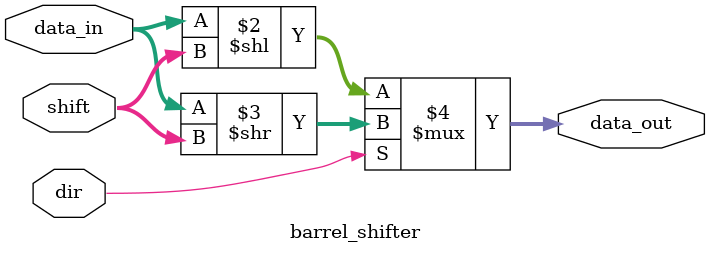
<source format=v>
`timescale 1ns / 1ps


module barrel_shifter #(
    parameter WIDTH = 8
    )(
    input [WIDTH-1:0] data_in,
    input [$clog2(WIDTH)-1:0] shift,
    input dir,      //0 -> left, 1 -> right
    output [WIDTH-1:0] data_out
    );
    
    assign data_out = (dir == 1'b0) ? (data_in << shift) : (data_in >> shift);
    
endmodule


</source>
